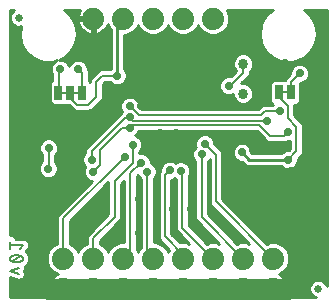
<source format=gbl>
G75*
%MOIN*%
%OFA0B0*%
%FSLAX25Y25*%
%IPPOS*%
%LPD*%
%AMOC8*
5,1,8,0,0,1.08239X$1,22.5*
%
%ADD10C,0.00800*%
%ADD11C,0.07400*%
%ADD12C,0.02500*%
%ADD13R,0.02500X0.05000*%
%ADD14R,0.01600X0.01000*%
%ADD15C,0.03400*%
%ADD16C,0.01000*%
%ADD17C,0.02900*%
%ADD18C,0.07000*%
D10*
X0118633Y0073933D02*
X0121433Y0074867D01*
X0120733Y0079150D02*
X0120621Y0079148D01*
X0120509Y0079143D01*
X0120397Y0079134D01*
X0120286Y0079121D01*
X0120175Y0079105D01*
X0120064Y0079085D01*
X0119955Y0079061D01*
X0119846Y0079034D01*
X0119738Y0079004D01*
X0119631Y0078970D01*
X0119525Y0078933D01*
X0119421Y0078892D01*
X0119318Y0078848D01*
X0119216Y0078800D01*
X0119217Y0078799D02*
X0119164Y0078779D01*
X0119113Y0078756D01*
X0119064Y0078729D01*
X0119016Y0078699D01*
X0118970Y0078666D01*
X0118927Y0078631D01*
X0118886Y0078592D01*
X0118847Y0078551D01*
X0118811Y0078507D01*
X0118779Y0078461D01*
X0118749Y0078414D01*
X0118723Y0078364D01*
X0118699Y0078312D01*
X0118680Y0078260D01*
X0118663Y0078206D01*
X0118651Y0078151D01*
X0118641Y0078095D01*
X0118636Y0078039D01*
X0118634Y0077983D01*
X0118636Y0077927D01*
X0118641Y0077871D01*
X0118651Y0077815D01*
X0118663Y0077760D01*
X0118680Y0077706D01*
X0118699Y0077654D01*
X0118723Y0077602D01*
X0118749Y0077552D01*
X0118779Y0077505D01*
X0118811Y0077459D01*
X0118847Y0077415D01*
X0118886Y0077374D01*
X0118927Y0077335D01*
X0118970Y0077300D01*
X0119016Y0077267D01*
X0119064Y0077237D01*
X0119113Y0077210D01*
X0119164Y0077187D01*
X0119217Y0077167D01*
X0119567Y0077050D02*
X0121900Y0078917D01*
X0122250Y0078799D02*
X0122303Y0078779D01*
X0122354Y0078756D01*
X0122403Y0078729D01*
X0122451Y0078699D01*
X0122497Y0078666D01*
X0122540Y0078631D01*
X0122581Y0078592D01*
X0122620Y0078551D01*
X0122656Y0078507D01*
X0122688Y0078461D01*
X0122718Y0078414D01*
X0122744Y0078364D01*
X0122768Y0078312D01*
X0122787Y0078260D01*
X0122804Y0078206D01*
X0122816Y0078151D01*
X0122826Y0078095D01*
X0122831Y0078039D01*
X0122833Y0077983D01*
X0122831Y0077927D01*
X0122826Y0077871D01*
X0122816Y0077815D01*
X0122804Y0077760D01*
X0122787Y0077706D01*
X0122768Y0077654D01*
X0122744Y0077602D01*
X0122718Y0077552D01*
X0122688Y0077505D01*
X0122655Y0077459D01*
X0122620Y0077415D01*
X0122581Y0077374D01*
X0122540Y0077335D01*
X0122497Y0077300D01*
X0122451Y0077267D01*
X0122403Y0077237D01*
X0122354Y0077210D01*
X0122303Y0077187D01*
X0122250Y0077167D01*
X0122250Y0078800D02*
X0122148Y0078848D01*
X0122045Y0078892D01*
X0121941Y0078933D01*
X0121835Y0078970D01*
X0121728Y0079004D01*
X0121620Y0079034D01*
X0121511Y0079061D01*
X0121402Y0079085D01*
X0121291Y0079105D01*
X0121180Y0079121D01*
X0121069Y0079134D01*
X0120957Y0079143D01*
X0120845Y0079148D01*
X0120733Y0079150D01*
X0120733Y0076817D02*
X0120845Y0076819D01*
X0120957Y0076824D01*
X0121069Y0076833D01*
X0121180Y0076846D01*
X0121291Y0076862D01*
X0121402Y0076882D01*
X0121511Y0076906D01*
X0121620Y0076933D01*
X0121728Y0076963D01*
X0121835Y0076997D01*
X0121941Y0077034D01*
X0122045Y0077075D01*
X0122148Y0077119D01*
X0122250Y0077167D01*
X0121433Y0073000D02*
X0118633Y0073933D01*
X0119216Y0077167D02*
X0119318Y0077119D01*
X0119421Y0077075D01*
X0119525Y0077034D01*
X0119631Y0076997D01*
X0119738Y0076963D01*
X0119846Y0076933D01*
X0119955Y0076906D01*
X0120064Y0076882D01*
X0120175Y0076862D01*
X0120286Y0076846D01*
X0120397Y0076833D01*
X0120509Y0076824D01*
X0120621Y0076819D01*
X0120733Y0076817D01*
X0121900Y0081317D02*
X0122833Y0082483D01*
X0118633Y0082483D01*
X0118633Y0081317D02*
X0118633Y0083650D01*
X0136333Y0078000D02*
X0136333Y0091400D01*
X0156833Y0111900D01*
X0159433Y0109700D02*
X0153433Y0103700D01*
X0153433Y0091900D01*
X0146333Y0084800D01*
X0146333Y0078000D01*
X0156333Y0078000D02*
X0158733Y0080400D01*
X0158733Y0106400D01*
X0162333Y0110000D01*
X0159433Y0109700D02*
X0159433Y0116000D01*
X0158433Y0121600D02*
X0155933Y0121600D01*
X0148633Y0114300D01*
X0148633Y0109300D01*
X0146333Y0107000D01*
X0145833Y0111000D02*
X0145833Y0113800D01*
X0157233Y0125200D01*
X0158533Y0125200D01*
X0159733Y0124000D01*
X0204233Y0124000D01*
X0202333Y0125800D02*
X0161633Y0125800D01*
X0158633Y0128800D01*
X0158533Y0128800D01*
X0159333Y0122500D02*
X0201733Y0122500D01*
X0205233Y0119000D01*
X0210033Y0119000D01*
X0211333Y0120300D01*
X0214033Y0122000D02*
X0211133Y0124900D01*
X0211133Y0128900D01*
X0208233Y0131800D01*
X0208233Y0133400D01*
X0212233Y0133400D02*
X0212233Y0136800D01*
X0215133Y0139700D01*
X0196333Y0140000D02*
X0191933Y0135600D01*
X0191433Y0135600D01*
X0196333Y0140000D02*
X0196333Y0143000D01*
X0203733Y0127200D02*
X0208533Y0127200D01*
X0203733Y0127200D02*
X0202333Y0125800D01*
X0214033Y0122000D02*
X0214033Y0113700D01*
X0211333Y0111000D01*
X0187233Y0112600D02*
X0187233Y0097100D01*
X0206333Y0078000D01*
X0196333Y0078000D02*
X0182433Y0091900D01*
X0182433Y0112800D01*
X0183533Y0116300D02*
X0187233Y0112600D01*
X0176033Y0106700D02*
X0176033Y0088300D01*
X0186333Y0078000D01*
X0176333Y0078000D02*
X0176333Y0079318D01*
X0170233Y0085418D01*
X0170233Y0105800D01*
X0171833Y0107400D01*
X0175433Y0107300D02*
X0176033Y0106700D01*
X0164333Y0107000D02*
X0164333Y0080000D01*
X0166333Y0078000D01*
X0131433Y0108100D02*
X0131333Y0108000D01*
X0131433Y0108100D02*
X0131433Y0114900D01*
X0141033Y0129300D02*
X0144633Y0129300D01*
X0147333Y0132000D01*
X0147333Y0137000D01*
X0149333Y0139000D01*
X0154333Y0139000D01*
X0142733Y0139700D02*
X0142733Y0133300D01*
X0138733Y0133300D02*
X0138733Y0131600D01*
X0141033Y0129300D01*
X0134833Y0133400D02*
X0134733Y0133300D01*
X0134833Y0133400D02*
X0134833Y0140600D01*
X0135333Y0141100D01*
X0141333Y0141100D02*
X0142733Y0139700D01*
X0159333Y0122500D02*
X0158433Y0121600D01*
D11*
X0156333Y0158000D03*
X0146333Y0158000D03*
X0166333Y0158000D03*
X0176333Y0158000D03*
X0186333Y0158000D03*
X0186333Y0078000D03*
X0176333Y0078000D03*
X0166333Y0078000D03*
X0156333Y0078000D03*
X0146333Y0078000D03*
X0136333Y0078000D03*
X0136333Y0068000D03*
X0146333Y0068000D03*
X0156333Y0068000D03*
X0166333Y0068000D03*
X0176333Y0068000D03*
X0186333Y0068000D03*
X0196333Y0068000D03*
X0206333Y0068000D03*
X0206333Y0078000D03*
X0196333Y0078000D03*
D12*
X0221333Y0068000D03*
X0121433Y0158300D03*
D13*
X0134733Y0133300D03*
X0138733Y0133300D03*
X0142733Y0133300D03*
X0208233Y0133400D03*
X0212233Y0133400D03*
D14*
X0210233Y0133400D03*
X0140733Y0133300D03*
X0136733Y0133300D03*
D15*
X0196333Y0133000D03*
X0196333Y0143000D03*
D16*
X0118433Y0071685D02*
X0118433Y0065100D01*
X0132013Y0065100D01*
X0131886Y0065275D01*
X0131514Y0066004D01*
X0131261Y0066782D01*
X0131148Y0067500D01*
X0135833Y0067500D01*
X0135833Y0068500D01*
X0131148Y0068500D01*
X0131261Y0069218D01*
X0131514Y0069996D01*
X0131886Y0070725D01*
X0132367Y0071388D01*
X0132946Y0071966D01*
X0133608Y0072447D01*
X0134337Y0072819D01*
X0134558Y0072891D01*
X0133274Y0073422D01*
X0131755Y0074941D01*
X0130933Y0076926D01*
X0130933Y0079074D01*
X0131755Y0081059D01*
X0133274Y0082578D01*
X0134233Y0082975D01*
X0134233Y0092270D01*
X0135463Y0093500D01*
X0145813Y0103850D01*
X0145707Y0103850D01*
X0144549Y0104330D01*
X0143663Y0105216D01*
X0143183Y0106373D01*
X0143183Y0107627D01*
X0143643Y0108736D01*
X0143163Y0109216D01*
X0142683Y0110373D01*
X0142683Y0111627D01*
X0143163Y0112784D01*
X0143733Y0113355D01*
X0143733Y0114670D01*
X0155732Y0126669D01*
X0155863Y0126984D01*
X0155879Y0127000D01*
X0155863Y0127016D01*
X0155383Y0128173D01*
X0155383Y0129427D01*
X0155863Y0130584D01*
X0156749Y0131470D01*
X0157907Y0131950D01*
X0159160Y0131950D01*
X0160318Y0131470D01*
X0161204Y0130584D01*
X0161683Y0129427D01*
X0161683Y0128720D01*
X0162503Y0127900D01*
X0201463Y0127900D01*
X0201633Y0128070D01*
X0202863Y0129300D01*
X0206179Y0129300D01*
X0206179Y0129300D01*
X0205283Y0130196D01*
X0205283Y0136604D01*
X0206279Y0137600D01*
X0210133Y0137600D01*
X0210133Y0137670D01*
X0211363Y0138900D01*
X0211983Y0139520D01*
X0211983Y0140327D01*
X0212463Y0141484D01*
X0213349Y0142370D01*
X0214507Y0142850D01*
X0215760Y0142850D01*
X0216918Y0142370D01*
X0217804Y0141484D01*
X0218283Y0140327D01*
X0218283Y0139073D01*
X0217804Y0137916D01*
X0216918Y0137030D01*
X0215760Y0136550D01*
X0215183Y0136550D01*
X0215183Y0130196D01*
X0214187Y0129200D01*
X0213233Y0129200D01*
X0213233Y0125770D01*
X0214903Y0124100D01*
X0214903Y0124100D01*
X0216133Y0122870D01*
X0216133Y0112830D01*
X0214903Y0111600D01*
X0214483Y0111180D01*
X0214483Y0110373D01*
X0214004Y0109216D01*
X0213118Y0108330D01*
X0211960Y0107850D01*
X0210707Y0107850D01*
X0209549Y0108330D01*
X0209079Y0108800D01*
X0197422Y0108800D01*
X0195972Y0110250D01*
X0195307Y0110250D01*
X0194149Y0110730D01*
X0193263Y0111616D01*
X0192783Y0112773D01*
X0192783Y0114027D01*
X0193263Y0115184D01*
X0194149Y0116070D01*
X0195307Y0116550D01*
X0196560Y0116550D01*
X0197718Y0116070D01*
X0198604Y0115184D01*
X0199083Y0114027D01*
X0199083Y0113361D01*
X0199245Y0113200D01*
X0209079Y0113200D01*
X0209549Y0113670D01*
X0210707Y0114150D01*
X0211513Y0114150D01*
X0211933Y0114570D01*
X0211933Y0117150D01*
X0211153Y0117150D01*
X0210903Y0116900D01*
X0204363Y0116900D01*
X0203133Y0118130D01*
X0200863Y0120400D01*
X0161346Y0120400D01*
X0161104Y0119816D01*
X0160327Y0119039D01*
X0161218Y0118670D01*
X0162104Y0117784D01*
X0162583Y0116627D01*
X0162583Y0115373D01*
X0162104Y0114216D01*
X0161533Y0113645D01*
X0161533Y0113078D01*
X0161707Y0113150D01*
X0162960Y0113150D01*
X0164118Y0112670D01*
X0165004Y0111784D01*
X0165483Y0110627D01*
X0165483Y0109933D01*
X0166118Y0109670D01*
X0167004Y0108784D01*
X0167483Y0107627D01*
X0167483Y0106373D01*
X0167004Y0105216D01*
X0166433Y0104645D01*
X0166433Y0083400D01*
X0167407Y0083400D01*
X0169392Y0082578D01*
X0170911Y0081059D01*
X0171333Y0080040D01*
X0171717Y0080965D01*
X0168133Y0084548D01*
X0168133Y0106670D01*
X0168683Y0107220D01*
X0168683Y0108027D01*
X0169163Y0109184D01*
X0170049Y0110070D01*
X0171207Y0110550D01*
X0172460Y0110550D01*
X0173618Y0110070D01*
X0173698Y0109991D01*
X0174807Y0110450D01*
X0176060Y0110450D01*
X0177218Y0109970D01*
X0178104Y0109084D01*
X0178583Y0107927D01*
X0178583Y0106673D01*
X0178133Y0105587D01*
X0178133Y0089170D01*
X0184300Y0083003D01*
X0185259Y0083400D01*
X0187407Y0083400D01*
X0188357Y0083007D01*
X0181563Y0089800D01*
X0180333Y0091030D01*
X0180333Y0110445D01*
X0179763Y0111016D01*
X0179283Y0112173D01*
X0179283Y0113427D01*
X0179763Y0114584D01*
X0180521Y0115342D01*
X0180383Y0115673D01*
X0180383Y0116927D01*
X0180863Y0118084D01*
X0181749Y0118970D01*
X0182907Y0119450D01*
X0184160Y0119450D01*
X0185318Y0118970D01*
X0186204Y0118084D01*
X0186683Y0116927D01*
X0186683Y0116120D01*
X0188103Y0114700D01*
X0189333Y0113470D01*
X0189333Y0097970D01*
X0204300Y0083003D01*
X0205259Y0083400D01*
X0207407Y0083400D01*
X0209392Y0082578D01*
X0210911Y0081059D01*
X0211733Y0079074D01*
X0211733Y0076926D01*
X0210911Y0074941D01*
X0209392Y0073422D01*
X0208109Y0072891D01*
X0208329Y0072819D01*
X0209059Y0072447D01*
X0209721Y0071966D01*
X0210300Y0071388D01*
X0210781Y0070725D01*
X0211152Y0069996D01*
X0211405Y0069218D01*
X0211519Y0068500D01*
X0206833Y0068500D01*
X0206833Y0067500D01*
X0211519Y0067500D01*
X0211405Y0066782D01*
X0211152Y0066004D01*
X0210781Y0065275D01*
X0210654Y0065100D01*
X0220626Y0065100D01*
X0219662Y0065499D01*
X0218832Y0066329D01*
X0218383Y0067413D01*
X0218383Y0068587D01*
X0218832Y0069671D01*
X0219662Y0070501D01*
X0220747Y0070950D01*
X0221920Y0070950D01*
X0223004Y0070501D01*
X0223834Y0069671D01*
X0224233Y0068707D01*
X0224233Y0160900D01*
X0216542Y0160900D01*
X0218645Y0159135D01*
X0218645Y0159135D01*
X0220303Y0156265D01*
X0220303Y0156265D01*
X0220878Y0153000D01*
X0220878Y0153000D01*
X0220303Y0149735D01*
X0220303Y0149735D01*
X0218645Y0146865D01*
X0218645Y0146865D01*
X0218645Y0146865D01*
X0216106Y0144734D01*
X0216106Y0144734D01*
X0212991Y0143600D01*
X0209676Y0143600D01*
X0206561Y0144734D01*
X0206561Y0144734D01*
X0204021Y0146865D01*
X0202364Y0149735D01*
X0201788Y0153000D01*
X0201788Y0153000D01*
X0202364Y0156265D01*
X0202364Y0156265D01*
X0204021Y0159135D01*
X0204021Y0159135D01*
X0204021Y0159135D01*
X0206124Y0160900D01*
X0190977Y0160900D01*
X0191733Y0159074D01*
X0191733Y0156926D01*
X0190911Y0154941D01*
X0189392Y0153422D01*
X0187407Y0152600D01*
X0185259Y0152600D01*
X0183274Y0153422D01*
X0181755Y0154941D01*
X0181333Y0155960D01*
X0180911Y0154941D01*
X0179392Y0153422D01*
X0177407Y0152600D01*
X0175259Y0152600D01*
X0173274Y0153422D01*
X0171755Y0154941D01*
X0171333Y0155960D01*
X0170911Y0154941D01*
X0169392Y0153422D01*
X0167407Y0152600D01*
X0165259Y0152600D01*
X0163274Y0153422D01*
X0161755Y0154941D01*
X0161333Y0155960D01*
X0160911Y0154941D01*
X0159392Y0153422D01*
X0157407Y0152600D01*
X0156533Y0152600D01*
X0156533Y0141255D01*
X0157004Y0140784D01*
X0157483Y0139627D01*
X0157483Y0138373D01*
X0157004Y0137216D01*
X0156118Y0136330D01*
X0154960Y0135850D01*
X0153707Y0135850D01*
X0152549Y0136330D01*
X0151979Y0136900D01*
X0150203Y0136900D01*
X0149433Y0136130D01*
X0149433Y0131130D01*
X0148203Y0129900D01*
X0145503Y0127200D01*
X0140163Y0127200D01*
X0138933Y0128430D01*
X0138263Y0129100D01*
X0136779Y0129100D01*
X0136733Y0129146D01*
X0136687Y0129100D01*
X0132779Y0129100D01*
X0131783Y0130096D01*
X0131783Y0136504D01*
X0132733Y0137454D01*
X0132733Y0139245D01*
X0132663Y0139316D01*
X0132183Y0140473D01*
X0132183Y0141727D01*
X0132663Y0142884D01*
X0133549Y0143770D01*
X0134201Y0144040D01*
X0132991Y0143600D01*
X0129676Y0143600D01*
X0126561Y0144734D01*
X0126561Y0144734D01*
X0124021Y0146865D01*
X0124021Y0146865D01*
X0122364Y0149735D01*
X0122364Y0149735D01*
X0121788Y0153000D01*
X0121788Y0153000D01*
X0122217Y0155432D01*
X0122020Y0155350D01*
X0120847Y0155350D01*
X0119762Y0155799D01*
X0118932Y0156629D01*
X0118483Y0157713D01*
X0118483Y0158887D01*
X0118932Y0159971D01*
X0119762Y0160801D01*
X0120002Y0160900D01*
X0118433Y0160900D01*
X0118433Y0085750D01*
X0119503Y0085750D01*
X0120670Y0084583D01*
X0122717Y0084583D01*
X0123466Y0084666D01*
X0123570Y0084583D01*
X0123703Y0084583D01*
X0124236Y0084050D01*
X0124824Y0083580D01*
X0124839Y0083447D01*
X0124933Y0083353D01*
X0124933Y0082600D01*
X0125017Y0081851D01*
X0124933Y0081747D01*
X0124933Y0081613D01*
X0124400Y0081081D01*
X0123872Y0080419D01*
X0124933Y0078933D01*
X0124933Y0077034D01*
X0123829Y0075488D01*
X0123829Y0075488D01*
X0123480Y0075368D01*
X0123701Y0074706D01*
X0123315Y0073933D01*
X0123701Y0073161D01*
X0123150Y0071511D01*
X0121594Y0070733D01*
X0118633Y0071720D01*
X0118472Y0071666D01*
X0118433Y0071685D01*
X0118433Y0070988D02*
X0120828Y0070988D01*
X0122105Y0070988D02*
X0132077Y0070988D01*
X0131512Y0069990D02*
X0118433Y0069990D01*
X0118433Y0068991D02*
X0131225Y0068991D01*
X0131228Y0066994D02*
X0118433Y0066994D01*
X0118433Y0065996D02*
X0131519Y0065996D01*
X0135833Y0067993D02*
X0118433Y0067993D01*
X0123309Y0071987D02*
X0132974Y0071987D01*
X0134329Y0072985D02*
X0123642Y0072985D01*
X0123340Y0073984D02*
X0132713Y0073984D01*
X0131738Y0074982D02*
X0123608Y0074982D01*
X0124181Y0075981D02*
X0131325Y0075981D01*
X0130933Y0076979D02*
X0124894Y0076979D01*
X0124933Y0077978D02*
X0130933Y0077978D01*
X0130933Y0078976D02*
X0124902Y0078976D01*
X0124189Y0079975D02*
X0131306Y0079975D01*
X0131720Y0080973D02*
X0124315Y0080973D01*
X0125003Y0081972D02*
X0132668Y0081972D01*
X0134222Y0082970D02*
X0124933Y0082970D01*
X0124338Y0083969D02*
X0134233Y0083969D01*
X0134233Y0084967D02*
X0120286Y0084967D01*
X0118433Y0085966D02*
X0134233Y0085966D01*
X0134233Y0086964D02*
X0118433Y0086964D01*
X0118433Y0087963D02*
X0134233Y0087963D01*
X0134233Y0088961D02*
X0118433Y0088961D01*
X0118433Y0089960D02*
X0134233Y0089960D01*
X0134233Y0090958D02*
X0118433Y0090958D01*
X0118433Y0091957D02*
X0134233Y0091957D01*
X0134919Y0092955D02*
X0118433Y0092955D01*
X0118433Y0093954D02*
X0135917Y0093954D01*
X0136916Y0094952D02*
X0118433Y0094952D01*
X0118433Y0095951D02*
X0137914Y0095951D01*
X0138913Y0096949D02*
X0118433Y0096949D01*
X0118433Y0097948D02*
X0139911Y0097948D01*
X0140910Y0098946D02*
X0118433Y0098946D01*
X0118433Y0099945D02*
X0141908Y0099945D01*
X0142907Y0100943D02*
X0118433Y0100943D01*
X0118433Y0101942D02*
X0143905Y0101942D01*
X0144904Y0102940D02*
X0118433Y0102940D01*
X0118433Y0103939D02*
X0145492Y0103939D01*
X0143941Y0104937D02*
X0132171Y0104937D01*
X0131960Y0104850D02*
X0133118Y0105330D01*
X0134004Y0106216D01*
X0134483Y0107373D01*
X0134483Y0108627D01*
X0134004Y0109784D01*
X0133533Y0110255D01*
X0133533Y0112545D01*
X0134104Y0113116D01*
X0134583Y0114273D01*
X0134583Y0115527D01*
X0134104Y0116684D01*
X0133218Y0117570D01*
X0132060Y0118050D01*
X0130807Y0118050D01*
X0129649Y0117570D01*
X0128763Y0116684D01*
X0128283Y0115527D01*
X0128283Y0114273D01*
X0128763Y0113116D01*
X0129333Y0112545D01*
X0129333Y0110455D01*
X0128663Y0109784D01*
X0128183Y0108627D01*
X0128183Y0107373D01*
X0128663Y0106216D01*
X0129549Y0105330D01*
X0130707Y0104850D01*
X0131960Y0104850D01*
X0130496Y0104937D02*
X0118433Y0104937D01*
X0118433Y0105936D02*
X0128943Y0105936D01*
X0128365Y0106934D02*
X0118433Y0106934D01*
X0118433Y0107933D02*
X0128183Y0107933D01*
X0128310Y0108932D02*
X0118433Y0108932D01*
X0118433Y0109930D02*
X0128809Y0109930D01*
X0129333Y0110929D02*
X0118433Y0110929D01*
X0118433Y0111927D02*
X0129333Y0111927D01*
X0128953Y0112926D02*
X0118433Y0112926D01*
X0118433Y0113924D02*
X0128428Y0113924D01*
X0128283Y0114923D02*
X0118433Y0114923D01*
X0118433Y0115921D02*
X0128447Y0115921D01*
X0128998Y0116920D02*
X0118433Y0116920D01*
X0118433Y0117918D02*
X0130488Y0117918D01*
X0132378Y0117918D02*
X0146982Y0117918D01*
X0147980Y0118917D02*
X0118433Y0118917D01*
X0118433Y0119915D02*
X0148979Y0119915D01*
X0149977Y0120914D02*
X0118433Y0120914D01*
X0118433Y0121912D02*
X0150976Y0121912D01*
X0151974Y0122911D02*
X0118433Y0122911D01*
X0118433Y0123909D02*
X0152973Y0123909D01*
X0153971Y0124908D02*
X0118433Y0124908D01*
X0118433Y0125906D02*
X0154970Y0125906D01*
X0155830Y0126905D02*
X0118433Y0126905D01*
X0118433Y0127903D02*
X0139460Y0127903D01*
X0138462Y0128902D02*
X0118433Y0128902D01*
X0118433Y0129900D02*
X0131979Y0129900D01*
X0131783Y0130899D02*
X0118433Y0130899D01*
X0118433Y0131897D02*
X0131783Y0131897D01*
X0131783Y0132896D02*
X0118433Y0132896D01*
X0118433Y0133894D02*
X0131783Y0133894D01*
X0131783Y0134893D02*
X0118433Y0134893D01*
X0118433Y0135891D02*
X0131783Y0135891D01*
X0132169Y0136890D02*
X0118433Y0136890D01*
X0118433Y0137888D02*
X0132733Y0137888D01*
X0132733Y0138887D02*
X0118433Y0138887D01*
X0118433Y0139885D02*
X0132427Y0139885D01*
X0132183Y0140884D02*
X0118433Y0140884D01*
X0118433Y0141882D02*
X0132248Y0141882D01*
X0132661Y0142881D02*
X0118433Y0142881D01*
X0118433Y0143879D02*
X0128908Y0143879D01*
X0126389Y0144878D02*
X0118433Y0144878D01*
X0118433Y0145876D02*
X0125199Y0145876D01*
X0124015Y0146875D02*
X0118433Y0146875D01*
X0118433Y0147873D02*
X0123439Y0147873D01*
X0122862Y0148872D02*
X0118433Y0148872D01*
X0118433Y0149870D02*
X0122340Y0149870D01*
X0122164Y0150869D02*
X0118433Y0150869D01*
X0118433Y0151868D02*
X0121988Y0151868D01*
X0121812Y0152866D02*
X0118433Y0152866D01*
X0118433Y0153865D02*
X0121941Y0153865D01*
X0122117Y0154863D02*
X0118433Y0154863D01*
X0118433Y0155862D02*
X0119700Y0155862D01*
X0118837Y0156860D02*
X0118433Y0156860D01*
X0118433Y0157859D02*
X0118483Y0157859D01*
X0118483Y0158857D02*
X0118433Y0158857D01*
X0118433Y0159856D02*
X0118885Y0159856D01*
X0118433Y0160854D02*
X0119891Y0160854D01*
X0136542Y0160900D02*
X0138645Y0159135D01*
X0138645Y0159135D01*
X0140303Y0156265D01*
X0140303Y0156265D01*
X0140878Y0153000D01*
X0140878Y0153000D01*
X0140303Y0149735D01*
X0140303Y0149735D01*
X0138645Y0146865D01*
X0138645Y0146865D01*
X0138645Y0146865D01*
X0136106Y0144734D01*
X0136106Y0144734D01*
X0134777Y0144250D01*
X0135960Y0144250D01*
X0137118Y0143770D01*
X0138004Y0142884D01*
X0138333Y0142089D01*
X0138663Y0142884D01*
X0139549Y0143770D01*
X0140707Y0144250D01*
X0141960Y0144250D01*
X0143118Y0143770D01*
X0144004Y0142884D01*
X0144483Y0141727D01*
X0144483Y0140920D01*
X0144833Y0140570D01*
X0144833Y0137354D01*
X0145233Y0136954D01*
X0145233Y0137870D01*
X0147233Y0139870D01*
X0148463Y0141100D01*
X0151979Y0141100D01*
X0152133Y0141255D01*
X0152133Y0154563D01*
X0151755Y0154941D01*
X0151224Y0156224D01*
X0151152Y0156004D01*
X0150781Y0155275D01*
X0150300Y0154612D01*
X0149721Y0154034D01*
X0149059Y0153553D01*
X0148329Y0153181D01*
X0147551Y0152928D01*
X0146833Y0152814D01*
X0146833Y0157500D01*
X0145833Y0157500D01*
X0141148Y0157500D01*
X0141261Y0156782D01*
X0141514Y0156004D01*
X0141886Y0155275D01*
X0142367Y0154612D01*
X0142946Y0154034D01*
X0143608Y0153553D01*
X0144337Y0153181D01*
X0145116Y0152928D01*
X0145833Y0152814D01*
X0145833Y0157500D01*
X0145833Y0158500D01*
X0141148Y0158500D01*
X0141261Y0159218D01*
X0141514Y0159996D01*
X0141886Y0160725D01*
X0142013Y0160900D01*
X0136542Y0160900D01*
X0136597Y0160854D02*
X0141979Y0160854D01*
X0141469Y0159856D02*
X0137787Y0159856D01*
X0138806Y0158857D02*
X0141204Y0158857D01*
X0141249Y0156860D02*
X0139959Y0156860D01*
X0140374Y0155862D02*
X0141587Y0155862D01*
X0142185Y0154863D02*
X0140550Y0154863D01*
X0140726Y0153865D02*
X0143179Y0153865D01*
X0140855Y0152866D02*
X0145507Y0152866D01*
X0145833Y0152866D02*
X0146833Y0152866D01*
X0147159Y0152866D02*
X0152133Y0152866D01*
X0152133Y0151868D02*
X0140679Y0151868D01*
X0140503Y0150869D02*
X0152133Y0150869D01*
X0152133Y0149870D02*
X0140327Y0149870D01*
X0139804Y0148872D02*
X0152133Y0148872D01*
X0152133Y0147873D02*
X0139228Y0147873D01*
X0138651Y0146875D02*
X0152133Y0146875D01*
X0152133Y0145876D02*
X0137468Y0145876D01*
X0136278Y0144878D02*
X0152133Y0144878D01*
X0152133Y0143879D02*
X0142855Y0143879D01*
X0144005Y0142881D02*
X0152133Y0142881D01*
X0152133Y0141882D02*
X0144419Y0141882D01*
X0144519Y0140884D02*
X0148247Y0140884D01*
X0147249Y0139885D02*
X0144833Y0139885D01*
X0144833Y0138887D02*
X0146250Y0138887D01*
X0145252Y0137888D02*
X0144833Y0137888D01*
X0149433Y0135891D02*
X0153607Y0135891D01*
X0155060Y0135891D02*
X0188283Y0135891D01*
X0188283Y0136227D02*
X0188283Y0134973D01*
X0188763Y0133816D01*
X0189649Y0132930D01*
X0190807Y0132450D01*
X0192060Y0132450D01*
X0192933Y0132812D01*
X0192933Y0132324D01*
X0193451Y0131074D01*
X0194407Y0130118D01*
X0195657Y0129600D01*
X0197010Y0129600D01*
X0198259Y0130118D01*
X0199216Y0131074D01*
X0199733Y0132324D01*
X0199733Y0133676D01*
X0199216Y0134926D01*
X0198259Y0135882D01*
X0197010Y0136400D01*
X0195703Y0136400D01*
X0198433Y0139130D01*
X0198433Y0140292D01*
X0199216Y0141074D01*
X0199733Y0142324D01*
X0199733Y0143676D01*
X0199216Y0144926D01*
X0198259Y0145882D01*
X0197010Y0146400D01*
X0195657Y0146400D01*
X0194407Y0145882D01*
X0193451Y0144926D01*
X0192933Y0143676D01*
X0192933Y0142324D01*
X0193451Y0141074D01*
X0193944Y0140581D01*
X0192098Y0138734D01*
X0192060Y0138750D01*
X0190807Y0138750D01*
X0189649Y0138270D01*
X0188763Y0137384D01*
X0188283Y0136227D01*
X0188558Y0136890D02*
X0156678Y0136890D01*
X0157282Y0137888D02*
X0189267Y0137888D01*
X0188317Y0134893D02*
X0149433Y0134893D01*
X0149433Y0133894D02*
X0188730Y0133894D01*
X0189730Y0132896D02*
X0149433Y0132896D01*
X0149433Y0131897D02*
X0157780Y0131897D01*
X0159287Y0131897D02*
X0193110Y0131897D01*
X0193626Y0130899D02*
X0160889Y0130899D01*
X0161487Y0129900D02*
X0194932Y0129900D01*
X0197735Y0129900D02*
X0205579Y0129900D01*
X0205283Y0130899D02*
X0199040Y0130899D01*
X0199557Y0131897D02*
X0205283Y0131897D01*
X0205283Y0132896D02*
X0199733Y0132896D01*
X0199643Y0133894D02*
X0205283Y0133894D01*
X0205283Y0134893D02*
X0199229Y0134893D01*
X0198238Y0135891D02*
X0205283Y0135891D01*
X0205569Y0136890D02*
X0196193Y0136890D01*
X0197192Y0137888D02*
X0210352Y0137888D01*
X0211350Y0138887D02*
X0198190Y0138887D01*
X0198433Y0139885D02*
X0211983Y0139885D01*
X0212214Y0140884D02*
X0199026Y0140884D01*
X0199551Y0141882D02*
X0212861Y0141882D01*
X0213758Y0143879D02*
X0224233Y0143879D01*
X0224233Y0142881D02*
X0199733Y0142881D01*
X0199649Y0143879D02*
X0208908Y0143879D01*
X0206389Y0144878D02*
X0199236Y0144878D01*
X0198265Y0145876D02*
X0205199Y0145876D01*
X0204015Y0146875D02*
X0156533Y0146875D01*
X0156533Y0147873D02*
X0203439Y0147873D01*
X0202862Y0148872D02*
X0156533Y0148872D01*
X0156533Y0149870D02*
X0202340Y0149870D01*
X0202164Y0150869D02*
X0156533Y0150869D01*
X0156533Y0151868D02*
X0201988Y0151868D01*
X0201812Y0152866D02*
X0188050Y0152866D01*
X0189835Y0153865D02*
X0201941Y0153865D01*
X0202117Y0154863D02*
X0190833Y0154863D01*
X0191292Y0155862D02*
X0202293Y0155862D01*
X0202708Y0156860D02*
X0191706Y0156860D01*
X0191733Y0157859D02*
X0203284Y0157859D01*
X0203861Y0158857D02*
X0191733Y0158857D01*
X0191410Y0159856D02*
X0204880Y0159856D01*
X0206070Y0160854D02*
X0190996Y0160854D01*
X0181374Y0155862D02*
X0181292Y0155862D01*
X0180833Y0154863D02*
X0181834Y0154863D01*
X0182832Y0153865D02*
X0179835Y0153865D01*
X0178050Y0152866D02*
X0184617Y0152866D01*
X0174617Y0152866D02*
X0168050Y0152866D01*
X0169835Y0153865D02*
X0172832Y0153865D01*
X0171834Y0154863D02*
X0170833Y0154863D01*
X0171292Y0155862D02*
X0171374Y0155862D01*
X0164617Y0152866D02*
X0158050Y0152866D01*
X0159835Y0153865D02*
X0162832Y0153865D01*
X0161834Y0154863D02*
X0160833Y0154863D01*
X0161292Y0155862D02*
X0161374Y0155862D01*
X0156333Y0158000D02*
X0154333Y0156000D01*
X0154333Y0139000D01*
X0157483Y0138887D02*
X0192250Y0138887D01*
X0193249Y0139885D02*
X0157376Y0139885D01*
X0156904Y0140884D02*
X0193641Y0140884D01*
X0193116Y0141882D02*
X0156533Y0141882D01*
X0156533Y0142881D02*
X0192933Y0142881D01*
X0193017Y0143879D02*
X0156533Y0143879D01*
X0156533Y0144878D02*
X0193431Y0144878D01*
X0194401Y0145876D02*
X0156533Y0145876D01*
X0152133Y0153865D02*
X0149488Y0153865D01*
X0150482Y0154863D02*
X0151834Y0154863D01*
X0151374Y0155862D02*
X0151080Y0155862D01*
X0146833Y0155862D02*
X0145833Y0155862D01*
X0145833Y0156860D02*
X0146833Y0156860D01*
X0145833Y0157859D02*
X0139382Y0157859D01*
X0145833Y0154863D02*
X0146833Y0154863D01*
X0146833Y0153865D02*
X0145833Y0153865D01*
X0139812Y0143879D02*
X0136855Y0143879D01*
X0138005Y0142881D02*
X0138661Y0142881D01*
X0133812Y0143879D02*
X0133758Y0143879D01*
X0150193Y0136890D02*
X0151989Y0136890D01*
X0149202Y0130899D02*
X0156177Y0130899D01*
X0155580Y0129900D02*
X0148203Y0129900D01*
X0147205Y0128902D02*
X0155383Y0128902D01*
X0155495Y0127903D02*
X0146206Y0127903D01*
X0161683Y0128902D02*
X0202465Y0128902D01*
X0201467Y0127903D02*
X0162500Y0127903D01*
X0161145Y0119915D02*
X0201348Y0119915D01*
X0202347Y0118917D02*
X0185371Y0118917D01*
X0186273Y0117918D02*
X0203345Y0117918D01*
X0204344Y0116920D02*
X0186683Y0116920D01*
X0186882Y0115921D02*
X0194000Y0115921D01*
X0193154Y0114923D02*
X0187881Y0114923D01*
X0188879Y0113924D02*
X0192783Y0113924D01*
X0192783Y0112926D02*
X0189333Y0112926D01*
X0189333Y0111927D02*
X0193134Y0111927D01*
X0193950Y0110929D02*
X0189333Y0110929D01*
X0189333Y0109930D02*
X0196292Y0109930D01*
X0197291Y0108932D02*
X0189333Y0108932D01*
X0189333Y0107933D02*
X0210506Y0107933D01*
X0212160Y0107933D02*
X0224233Y0107933D01*
X0224233Y0106934D02*
X0189333Y0106934D01*
X0189333Y0105936D02*
X0224233Y0105936D01*
X0224233Y0104937D02*
X0189333Y0104937D01*
X0189333Y0103939D02*
X0224233Y0103939D01*
X0224233Y0102940D02*
X0189333Y0102940D01*
X0189333Y0101942D02*
X0224233Y0101942D01*
X0224233Y0100943D02*
X0189333Y0100943D01*
X0189333Y0099945D02*
X0224233Y0099945D01*
X0224233Y0098946D02*
X0189333Y0098946D01*
X0189355Y0097948D02*
X0224233Y0097948D01*
X0224233Y0096949D02*
X0190354Y0096949D01*
X0191352Y0095951D02*
X0224233Y0095951D01*
X0224233Y0094952D02*
X0192351Y0094952D01*
X0193349Y0093954D02*
X0224233Y0093954D01*
X0224233Y0092955D02*
X0194348Y0092955D01*
X0195346Y0091957D02*
X0224233Y0091957D01*
X0224233Y0090958D02*
X0196345Y0090958D01*
X0197343Y0089960D02*
X0224233Y0089960D01*
X0224233Y0088961D02*
X0198342Y0088961D01*
X0199340Y0087963D02*
X0224233Y0087963D01*
X0224233Y0086964D02*
X0200339Y0086964D01*
X0201337Y0085966D02*
X0224233Y0085966D01*
X0224233Y0084967D02*
X0202336Y0084967D01*
X0203334Y0083969D02*
X0224233Y0083969D01*
X0224233Y0082970D02*
X0208445Y0082970D01*
X0209998Y0081972D02*
X0224233Y0081972D01*
X0224233Y0080973D02*
X0210947Y0080973D01*
X0211360Y0079975D02*
X0224233Y0079975D01*
X0224233Y0078976D02*
X0211733Y0078976D01*
X0211733Y0077978D02*
X0224233Y0077978D01*
X0224233Y0076979D02*
X0211733Y0076979D01*
X0211342Y0075981D02*
X0224233Y0075981D01*
X0224233Y0074982D02*
X0210928Y0074982D01*
X0209954Y0073984D02*
X0224233Y0073984D01*
X0224233Y0072985D02*
X0208337Y0072985D01*
X0209693Y0071987D02*
X0224233Y0071987D01*
X0224233Y0070988D02*
X0210590Y0070988D01*
X0211154Y0069990D02*
X0219151Y0069990D01*
X0218551Y0068991D02*
X0211441Y0068991D01*
X0211439Y0066994D02*
X0218557Y0066994D01*
X0218383Y0067993D02*
X0206833Y0067993D01*
X0205833Y0067993D02*
X0196833Y0067993D01*
X0196833Y0067500D02*
X0196833Y0068500D01*
X0205833Y0068500D01*
X0205833Y0067500D01*
X0201148Y0067500D01*
X0196833Y0067500D01*
X0195833Y0067500D02*
X0191148Y0067500D01*
X0186833Y0067500D01*
X0186833Y0068500D01*
X0195833Y0068500D01*
X0195833Y0067500D01*
X0195833Y0067993D02*
X0186833Y0067993D01*
X0185833Y0067993D02*
X0176833Y0067993D01*
X0176833Y0067500D02*
X0176833Y0068500D01*
X0185833Y0068500D01*
X0185833Y0067500D01*
X0181148Y0067500D01*
X0176833Y0067500D01*
X0175833Y0067500D02*
X0171519Y0067500D01*
X0166833Y0067500D01*
X0166833Y0068500D01*
X0175833Y0068500D01*
X0175833Y0067500D01*
X0175833Y0067993D02*
X0166833Y0067993D01*
X0165833Y0067993D02*
X0156833Y0067993D01*
X0156833Y0067500D02*
X0156833Y0068500D01*
X0165833Y0068500D01*
X0165833Y0067500D01*
X0161148Y0067500D01*
X0156833Y0067500D01*
X0155833Y0067500D02*
X0151148Y0067500D01*
X0146833Y0067500D01*
X0146833Y0068500D01*
X0155833Y0068500D01*
X0155833Y0067500D01*
X0155833Y0067993D02*
X0146833Y0067993D01*
X0145833Y0067993D02*
X0136833Y0067993D01*
X0136833Y0067500D02*
X0136833Y0068500D01*
X0145833Y0068500D01*
X0145833Y0067500D01*
X0141148Y0067500D01*
X0136833Y0067500D01*
X0141333Y0080040D02*
X0140911Y0081059D01*
X0139392Y0082578D01*
X0138433Y0082975D01*
X0138433Y0090530D01*
X0151333Y0103430D01*
X0151333Y0092770D01*
X0145463Y0086900D01*
X0144233Y0085670D01*
X0144233Y0082975D01*
X0143274Y0082578D01*
X0141755Y0081059D01*
X0141333Y0080040D01*
X0140947Y0080973D02*
X0141720Y0080973D01*
X0142668Y0081972D02*
X0139998Y0081972D01*
X0138445Y0082970D02*
X0144222Y0082970D01*
X0144233Y0083969D02*
X0138433Y0083969D01*
X0138433Y0084967D02*
X0144233Y0084967D01*
X0144529Y0085966D02*
X0138433Y0085966D01*
X0138433Y0086964D02*
X0145528Y0086964D01*
X0146526Y0087963D02*
X0138433Y0087963D01*
X0138433Y0088961D02*
X0147525Y0088961D01*
X0148523Y0089960D02*
X0138433Y0089960D01*
X0138861Y0090958D02*
X0149522Y0090958D01*
X0150520Y0091957D02*
X0139860Y0091957D01*
X0140859Y0092955D02*
X0151333Y0092955D01*
X0151333Y0093954D02*
X0141857Y0093954D01*
X0142856Y0094952D02*
X0151333Y0094952D01*
X0151333Y0095951D02*
X0143854Y0095951D01*
X0144853Y0096949D02*
X0151333Y0096949D01*
X0151333Y0097948D02*
X0145851Y0097948D01*
X0146850Y0098946D02*
X0151333Y0098946D01*
X0151333Y0099945D02*
X0147848Y0099945D01*
X0148847Y0100943D02*
X0151333Y0100943D01*
X0151333Y0101942D02*
X0149845Y0101942D01*
X0150844Y0102940D02*
X0151333Y0102940D01*
X0155533Y0102830D02*
X0156633Y0103930D01*
X0156633Y0083400D01*
X0155259Y0083400D01*
X0153274Y0082578D01*
X0151755Y0081059D01*
X0151333Y0080040D01*
X0150911Y0081059D01*
X0149392Y0082578D01*
X0148433Y0082975D01*
X0148433Y0083930D01*
X0154303Y0089800D01*
X0155533Y0091030D01*
X0155533Y0102830D01*
X0155644Y0102940D02*
X0156633Y0102940D01*
X0156633Y0101942D02*
X0155533Y0101942D01*
X0155533Y0100943D02*
X0156633Y0100943D01*
X0156633Y0099945D02*
X0155533Y0099945D01*
X0155533Y0098946D02*
X0156633Y0098946D01*
X0156633Y0097948D02*
X0155533Y0097948D01*
X0155533Y0096949D02*
X0156633Y0096949D01*
X0156633Y0095951D02*
X0155533Y0095951D01*
X0155533Y0094952D02*
X0156633Y0094952D01*
X0156633Y0093954D02*
X0155533Y0093954D01*
X0155533Y0092955D02*
X0156633Y0092955D01*
X0156633Y0091957D02*
X0155533Y0091957D01*
X0155461Y0090958D02*
X0156633Y0090958D01*
X0156633Y0089960D02*
X0154463Y0089960D01*
X0153464Y0088961D02*
X0156633Y0088961D01*
X0156633Y0087963D02*
X0152466Y0087963D01*
X0151467Y0086964D02*
X0156633Y0086964D01*
X0156633Y0085966D02*
X0150469Y0085966D01*
X0149470Y0084967D02*
X0156633Y0084967D01*
X0156633Y0083969D02*
X0148472Y0083969D01*
X0148445Y0082970D02*
X0154222Y0082970D01*
X0152668Y0081972D02*
X0149998Y0081972D01*
X0150947Y0080973D02*
X0151720Y0080973D01*
X0160833Y0081137D02*
X0160833Y0105530D01*
X0161328Y0106025D01*
X0161663Y0105216D01*
X0162233Y0104645D01*
X0162233Y0081537D01*
X0161755Y0081059D01*
X0161333Y0080040D01*
X0160911Y0081059D01*
X0160833Y0081137D01*
X0160947Y0080973D02*
X0161720Y0080973D01*
X0162233Y0081972D02*
X0160833Y0081972D01*
X0160833Y0082970D02*
X0162233Y0082970D01*
X0162233Y0083969D02*
X0160833Y0083969D01*
X0160833Y0084967D02*
X0162233Y0084967D01*
X0162233Y0085966D02*
X0160833Y0085966D01*
X0160833Y0086964D02*
X0162233Y0086964D01*
X0162233Y0087963D02*
X0160833Y0087963D01*
X0160833Y0088961D02*
X0162233Y0088961D01*
X0162233Y0089960D02*
X0160833Y0089960D01*
X0160833Y0090958D02*
X0162233Y0090958D01*
X0162233Y0091957D02*
X0160833Y0091957D01*
X0160833Y0092955D02*
X0162233Y0092955D01*
X0162233Y0093954D02*
X0160833Y0093954D01*
X0160833Y0094952D02*
X0162233Y0094952D01*
X0162233Y0095951D02*
X0160833Y0095951D01*
X0160833Y0096949D02*
X0162233Y0096949D01*
X0162233Y0097948D02*
X0160833Y0097948D01*
X0160833Y0098946D02*
X0162233Y0098946D01*
X0162233Y0099945D02*
X0160833Y0099945D01*
X0160833Y0100943D02*
X0162233Y0100943D01*
X0162233Y0101942D02*
X0160833Y0101942D01*
X0160833Y0102940D02*
X0162233Y0102940D01*
X0162233Y0103939D02*
X0160833Y0103939D01*
X0160833Y0104937D02*
X0161941Y0104937D01*
X0161365Y0105936D02*
X0161239Y0105936D01*
X0166433Y0103939D02*
X0168133Y0103939D01*
X0168133Y0104937D02*
X0166726Y0104937D01*
X0167302Y0105936D02*
X0168133Y0105936D01*
X0168398Y0106934D02*
X0167483Y0106934D01*
X0167356Y0107933D02*
X0168683Y0107933D01*
X0169058Y0108932D02*
X0166857Y0108932D01*
X0165491Y0109930D02*
X0169909Y0109930D01*
X0165358Y0110929D02*
X0179850Y0110929D01*
X0179385Y0111927D02*
X0164861Y0111927D01*
X0163502Y0112926D02*
X0179283Y0112926D01*
X0179489Y0113924D02*
X0161812Y0113924D01*
X0162397Y0114923D02*
X0180101Y0114923D01*
X0180383Y0115921D02*
X0162583Y0115921D01*
X0162462Y0116920D02*
X0180383Y0116920D01*
X0180794Y0117918D02*
X0161970Y0117918D01*
X0160623Y0118917D02*
X0181695Y0118917D01*
X0185133Y0111087D02*
X0185133Y0096230D01*
X0186363Y0095000D01*
X0198357Y0083007D01*
X0197407Y0083400D01*
X0195259Y0083400D01*
X0194300Y0083003D01*
X0184533Y0092770D01*
X0184533Y0110445D01*
X0185104Y0111016D01*
X0185133Y0111087D01*
X0185133Y0110929D02*
X0185017Y0110929D01*
X0185133Y0109930D02*
X0184533Y0109930D01*
X0184533Y0108932D02*
X0185133Y0108932D01*
X0185133Y0107933D02*
X0184533Y0107933D01*
X0184533Y0106934D02*
X0185133Y0106934D01*
X0185133Y0105936D02*
X0184533Y0105936D01*
X0184533Y0104937D02*
X0185133Y0104937D01*
X0185133Y0103939D02*
X0184533Y0103939D01*
X0184533Y0102940D02*
X0185133Y0102940D01*
X0185133Y0101942D02*
X0184533Y0101942D01*
X0184533Y0100943D02*
X0185133Y0100943D01*
X0185133Y0099945D02*
X0184533Y0099945D01*
X0184533Y0098946D02*
X0185133Y0098946D01*
X0185133Y0097948D02*
X0184533Y0097948D01*
X0184533Y0096949D02*
X0185133Y0096949D01*
X0185413Y0095951D02*
X0184533Y0095951D01*
X0184533Y0094952D02*
X0186411Y0094952D01*
X0187410Y0093954D02*
X0184533Y0093954D01*
X0184533Y0092955D02*
X0188408Y0092955D01*
X0189407Y0091957D02*
X0185346Y0091957D01*
X0186345Y0090958D02*
X0190405Y0090958D01*
X0191404Y0089960D02*
X0187343Y0089960D01*
X0188342Y0088961D02*
X0192402Y0088961D01*
X0193401Y0087963D02*
X0189340Y0087963D01*
X0190339Y0086964D02*
X0194399Y0086964D01*
X0195398Y0085966D02*
X0191337Y0085966D01*
X0192336Y0084967D02*
X0196396Y0084967D01*
X0197395Y0083969D02*
X0193334Y0083969D01*
X0187395Y0083969D02*
X0183334Y0083969D01*
X0182336Y0084967D02*
X0186396Y0084967D01*
X0185398Y0085966D02*
X0181337Y0085966D01*
X0180339Y0086964D02*
X0184399Y0086964D01*
X0183401Y0087963D02*
X0179340Y0087963D01*
X0178342Y0088961D02*
X0182402Y0088961D01*
X0181404Y0089960D02*
X0178133Y0089960D01*
X0178133Y0090958D02*
X0180405Y0090958D01*
X0180333Y0091957D02*
X0178133Y0091957D01*
X0178133Y0092955D02*
X0180333Y0092955D01*
X0180333Y0093954D02*
X0178133Y0093954D01*
X0178133Y0094952D02*
X0180333Y0094952D01*
X0180333Y0095951D02*
X0178133Y0095951D01*
X0178133Y0096949D02*
X0180333Y0096949D01*
X0180333Y0097948D02*
X0178133Y0097948D01*
X0178133Y0098946D02*
X0180333Y0098946D01*
X0180333Y0099945D02*
X0178133Y0099945D01*
X0178133Y0100943D02*
X0180333Y0100943D01*
X0180333Y0101942D02*
X0178133Y0101942D01*
X0178133Y0102940D02*
X0180333Y0102940D01*
X0180333Y0103939D02*
X0178133Y0103939D01*
X0178133Y0104937D02*
X0180333Y0104937D01*
X0180333Y0105936D02*
X0178278Y0105936D01*
X0178583Y0106934D02*
X0180333Y0106934D01*
X0180333Y0107933D02*
X0178581Y0107933D01*
X0178167Y0108932D02*
X0180333Y0108932D01*
X0180333Y0109930D02*
X0177258Y0109930D01*
X0173933Y0104512D02*
X0173649Y0104630D01*
X0173569Y0104709D01*
X0172460Y0104250D01*
X0172333Y0104250D01*
X0172333Y0086288D01*
X0175232Y0083389D01*
X0175259Y0083400D01*
X0177407Y0083400D01*
X0178357Y0083007D01*
X0175163Y0086200D01*
X0175163Y0086200D01*
X0173933Y0087430D01*
X0173933Y0104512D01*
X0173933Y0103939D02*
X0172333Y0103939D01*
X0172333Y0102940D02*
X0173933Y0102940D01*
X0173933Y0101942D02*
X0172333Y0101942D01*
X0172333Y0100943D02*
X0173933Y0100943D01*
X0173933Y0099945D02*
X0172333Y0099945D01*
X0172333Y0098946D02*
X0173933Y0098946D01*
X0173933Y0097948D02*
X0172333Y0097948D01*
X0172333Y0096949D02*
X0173933Y0096949D01*
X0173933Y0095951D02*
X0172333Y0095951D01*
X0172333Y0094952D02*
X0173933Y0094952D01*
X0173933Y0093954D02*
X0172333Y0093954D01*
X0172333Y0092955D02*
X0173933Y0092955D01*
X0173933Y0091957D02*
X0172333Y0091957D01*
X0172333Y0090958D02*
X0173933Y0090958D01*
X0173933Y0089960D02*
X0172333Y0089960D01*
X0172333Y0088961D02*
X0173933Y0088961D01*
X0173933Y0087963D02*
X0172333Y0087963D01*
X0172333Y0086964D02*
X0174399Y0086964D01*
X0175398Y0085966D02*
X0172656Y0085966D01*
X0173654Y0084967D02*
X0176396Y0084967D01*
X0177395Y0083969D02*
X0174653Y0083969D01*
X0171708Y0080973D02*
X0170947Y0080973D01*
X0170710Y0081972D02*
X0169998Y0081972D01*
X0169711Y0082970D02*
X0168445Y0082970D01*
X0168713Y0083969D02*
X0166433Y0083969D01*
X0166433Y0084967D02*
X0168133Y0084967D01*
X0168133Y0085966D02*
X0166433Y0085966D01*
X0166433Y0086964D02*
X0168133Y0086964D01*
X0168133Y0087963D02*
X0166433Y0087963D01*
X0166433Y0088961D02*
X0168133Y0088961D01*
X0168133Y0089960D02*
X0166433Y0089960D01*
X0166433Y0090958D02*
X0168133Y0090958D01*
X0168133Y0091957D02*
X0166433Y0091957D01*
X0166433Y0092955D02*
X0168133Y0092955D01*
X0168133Y0093954D02*
X0166433Y0093954D01*
X0166433Y0094952D02*
X0168133Y0094952D01*
X0168133Y0095951D02*
X0166433Y0095951D01*
X0166433Y0096949D02*
X0168133Y0096949D01*
X0168133Y0097948D02*
X0166433Y0097948D01*
X0166433Y0098946D02*
X0168133Y0098946D01*
X0168133Y0099945D02*
X0166433Y0099945D01*
X0166433Y0100943D02*
X0168133Y0100943D01*
X0168133Y0101942D02*
X0166433Y0101942D01*
X0166433Y0102940D02*
X0168133Y0102940D01*
X0143365Y0105936D02*
X0133724Y0105936D01*
X0134302Y0106934D02*
X0143183Y0106934D01*
X0143310Y0107933D02*
X0134483Y0107933D01*
X0134357Y0108932D02*
X0143447Y0108932D01*
X0142867Y0109930D02*
X0133858Y0109930D01*
X0133533Y0110929D02*
X0142683Y0110929D01*
X0142808Y0111927D02*
X0133533Y0111927D01*
X0133914Y0112926D02*
X0143304Y0112926D01*
X0143733Y0113924D02*
X0134439Y0113924D01*
X0134583Y0114923D02*
X0143986Y0114923D01*
X0144985Y0115921D02*
X0134420Y0115921D01*
X0133868Y0116920D02*
X0145983Y0116920D01*
X0195933Y0113400D02*
X0198333Y0111000D01*
X0211333Y0111000D01*
X0210161Y0113924D02*
X0199083Y0113924D01*
X0198712Y0114923D02*
X0211933Y0114923D01*
X0211933Y0115921D02*
X0197867Y0115921D01*
X0210923Y0116920D02*
X0211933Y0116920D01*
X0216133Y0116920D02*
X0224233Y0116920D01*
X0224233Y0117918D02*
X0216133Y0117918D01*
X0216133Y0118917D02*
X0224233Y0118917D01*
X0224233Y0119915D02*
X0216133Y0119915D01*
X0216133Y0120914D02*
X0224233Y0120914D01*
X0224233Y0121912D02*
X0216133Y0121912D01*
X0216092Y0122911D02*
X0224233Y0122911D01*
X0224233Y0123909D02*
X0215094Y0123909D01*
X0214095Y0124908D02*
X0224233Y0124908D01*
X0224233Y0125906D02*
X0213233Y0125906D01*
X0213233Y0126905D02*
X0224233Y0126905D01*
X0224233Y0127903D02*
X0213233Y0127903D01*
X0213233Y0128902D02*
X0224233Y0128902D01*
X0224233Y0129900D02*
X0214888Y0129900D01*
X0215183Y0130899D02*
X0224233Y0130899D01*
X0224233Y0131897D02*
X0215183Y0131897D01*
X0215183Y0132896D02*
X0224233Y0132896D01*
X0224233Y0133894D02*
X0215183Y0133894D01*
X0215183Y0134893D02*
X0224233Y0134893D01*
X0224233Y0135891D02*
X0215183Y0135891D01*
X0216580Y0136890D02*
X0224233Y0136890D01*
X0224233Y0137888D02*
X0217776Y0137888D01*
X0218206Y0138887D02*
X0224233Y0138887D01*
X0224233Y0139885D02*
X0218283Y0139885D01*
X0218052Y0140884D02*
X0224233Y0140884D01*
X0224233Y0141882D02*
X0217406Y0141882D01*
X0216278Y0144878D02*
X0224233Y0144878D01*
X0224233Y0145876D02*
X0217468Y0145876D01*
X0218651Y0146875D02*
X0224233Y0146875D01*
X0224233Y0147873D02*
X0219228Y0147873D01*
X0219804Y0148872D02*
X0224233Y0148872D01*
X0224233Y0149870D02*
X0220327Y0149870D01*
X0220503Y0150869D02*
X0224233Y0150869D01*
X0224233Y0151868D02*
X0220679Y0151868D01*
X0220855Y0152866D02*
X0224233Y0152866D01*
X0224233Y0153865D02*
X0220726Y0153865D01*
X0220550Y0154863D02*
X0224233Y0154863D01*
X0224233Y0155862D02*
X0220374Y0155862D01*
X0219959Y0156860D02*
X0224233Y0156860D01*
X0224233Y0157859D02*
X0219382Y0157859D01*
X0218806Y0158857D02*
X0224233Y0158857D01*
X0224233Y0159856D02*
X0217787Y0159856D01*
X0216597Y0160854D02*
X0224233Y0160854D01*
X0224233Y0115921D02*
X0216133Y0115921D01*
X0216133Y0114923D02*
X0224233Y0114923D01*
X0224233Y0113924D02*
X0216133Y0113924D01*
X0216133Y0112926D02*
X0224233Y0112926D01*
X0224233Y0111927D02*
X0215230Y0111927D01*
X0214483Y0110929D02*
X0224233Y0110929D01*
X0224233Y0109930D02*
X0214300Y0109930D01*
X0213720Y0108932D02*
X0224233Y0108932D01*
X0224233Y0069990D02*
X0223516Y0069990D01*
X0224116Y0068991D02*
X0224233Y0068991D01*
X0219166Y0065996D02*
X0211148Y0065996D01*
D17*
X0191133Y0088100D03*
X0181833Y0087200D03*
X0173933Y0086400D03*
X0167633Y0086800D03*
X0161533Y0086600D03*
X0155833Y0090100D03*
X0147233Y0095400D03*
X0161533Y0097900D03*
X0167433Y0094500D03*
X0173033Y0094500D03*
X0179033Y0094500D03*
X0185533Y0094100D03*
X0194933Y0094800D03*
X0212133Y0107100D03*
X0211333Y0111000D03*
X0199533Y0114100D03*
X0195933Y0113400D03*
X0199133Y0119300D03*
X0204233Y0124000D03*
X0208533Y0127200D03*
X0211333Y0120300D03*
X0192033Y0129100D03*
X0191433Y0135600D03*
X0186233Y0139000D03*
X0199433Y0137300D03*
X0210133Y0143300D03*
X0215133Y0139700D03*
X0183533Y0116300D03*
X0182433Y0112800D03*
X0175433Y0107300D03*
X0171833Y0107400D03*
X0164333Y0107000D03*
X0162333Y0110000D03*
X0156833Y0111900D03*
X0159433Y0116000D03*
X0158433Y0121600D03*
X0158533Y0125200D03*
X0158533Y0128800D03*
X0162133Y0129000D03*
X0168633Y0119900D03*
X0173833Y0119800D03*
X0146333Y0107000D03*
X0145833Y0111000D03*
X0131333Y0108000D03*
X0131433Y0114900D03*
X0145433Y0121700D03*
X0145433Y0126500D03*
X0154333Y0139000D03*
X0157533Y0141600D03*
X0166733Y0146900D03*
X0146433Y0140700D03*
X0141333Y0141100D03*
X0135333Y0141100D03*
D18*
X0136333Y0068000D02*
X0131333Y0068000D01*
X0136333Y0068000D02*
X0211333Y0068000D01*
M02*

</source>
